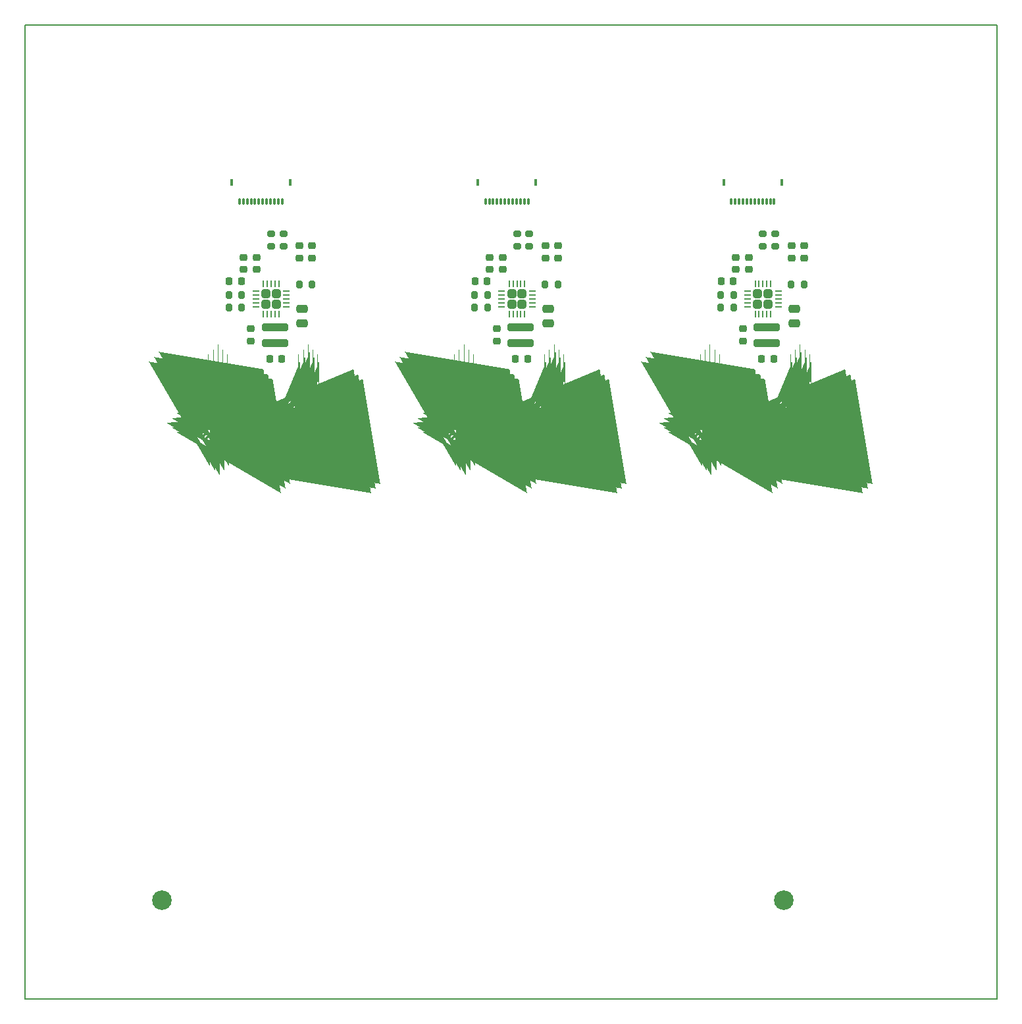
<source format=gbr>
%TF.GenerationSoftware,KiCad,Pcbnew,7.0.5*%
%TF.CreationDate,2023-07-03T17:51:41+02:00*%
%TF.ProjectId,stencil,7374656e-6369-46c2-9e6b-696361645f70,rev?*%
%TF.SameCoordinates,Original*%
%TF.FileFunction,Paste,Top*%
%TF.FilePolarity,Positive*%
%FSLAX46Y46*%
G04 Gerber Fmt 4.6, Leading zero omitted, Abs format (unit mm)*
G04 Created by KiCad (PCBNEW 7.0.5) date 2023-07-03 17:51:41*
%MOMM*%
%LPD*%
G01*
G04 APERTURE LIST*
G04 Aperture macros list*
%AMRoundRect*
0 Rectangle with rounded corners*
0 $1 Rounding radius*
0 $2 $3 $4 $5 $6 $7 $8 $9 X,Y pos of 4 corners*
0 Add a 4 corners polygon primitive as box body*
4,1,4,$2,$3,$4,$5,$6,$7,$8,$9,$2,$3,0*
0 Add four circle primitives for the rounded corners*
1,1,$1+$1,$2,$3*
1,1,$1+$1,$4,$5*
1,1,$1+$1,$6,$7*
1,1,$1+$1,$8,$9*
0 Add four rect primitives between the rounded corners*
20,1,$1+$1,$2,$3,$4,$5,0*
20,1,$1+$1,$4,$5,$6,$7,0*
20,1,$1+$1,$6,$7,$8,$9,0*
20,1,$1+$1,$8,$9,$2,$3,0*%
%AMFreePoly0*
4,1,57,0.170010,0.379889,0.174629,0.380220,0.177101,0.378870,0.183556,0.377942,0.210425,0.360674,0.238454,0.345370,0.345370,0.238454,0.359181,0.220003,0.362682,0.216970,0.363476,0.214266,0.367383,0.209048,0.374171,0.177841,0.383170,0.147196,0.383170,-0.147196,0.379889,-0.170010,0.380220,-0.174629,0.378870,-0.177101,0.377942,-0.183556,0.360674,-0.210425,0.345370,-0.238454,
0.238454,-0.345370,0.220003,-0.359181,0.216970,-0.362682,0.214266,-0.363476,0.209048,-0.367383,0.177841,-0.374171,0.147196,-0.383170,-0.147196,-0.383170,-0.170010,-0.379889,-0.174629,-0.380220,-0.177101,-0.378870,-0.183556,-0.377942,-0.210425,-0.360674,-0.238454,-0.345370,-0.345370,-0.238454,-0.359181,-0.220003,-0.362682,-0.216970,-0.363476,-0.214266,-0.367383,-0.209048,-0.374171,-0.177841,
-0.383170,-0.147196,-0.383170,0.147196,-0.379889,0.170010,-0.380220,0.174629,-0.378870,0.177101,-0.377942,0.183556,-0.360674,0.210425,-0.345370,0.238454,-0.238454,0.345370,-0.220003,0.359181,-0.216970,0.362682,-0.214266,0.363476,-0.209048,0.367383,-0.177841,0.374171,-0.147196,0.383170,0.147196,0.383170,0.170010,0.379889,0.170010,0.379889,$1*%
G04 Aperture macros list end*
%ADD10C,0.150000*%
%ADD11RoundRect,0.200000X-0.275000X0.200000X-0.275000X-0.200000X0.275000X-0.200000X0.275000X0.200000X0*%
%ADD12RoundRect,0.225000X0.250000X-0.225000X0.250000X0.225000X-0.250000X0.225000X-0.250000X-0.225000X0*%
%ADD13RoundRect,0.250000X-0.315000X-0.315000X0.315000X-0.315000X0.315000X0.315000X-0.315000X0.315000X0*%
%ADD14RoundRect,0.062500X-0.350000X-0.062500X0.350000X-0.062500X0.350000X0.062500X-0.350000X0.062500X0*%
%ADD15RoundRect,0.062500X-0.062500X-0.350000X0.062500X-0.350000X0.062500X0.350000X-0.062500X0.350000X0*%
%ADD16RoundRect,0.250000X-0.475000X0.250000X-0.475000X-0.250000X0.475000X-0.250000X0.475000X0.250000X0*%
%ADD17RoundRect,0.200000X-0.200000X-0.275000X0.200000X-0.275000X0.200000X0.275000X-0.200000X0.275000X0*%
%ADD18RoundRect,0.200000X0.275000X-0.200000X0.275000X0.200000X-0.275000X0.200000X-0.275000X-0.200000X0*%
%ADD19RoundRect,0.100000X0.100000X0.300000X-0.100000X0.300000X-0.100000X-0.300000X0.100000X-0.300000X0*%
%ADD20RoundRect,0.025000X0.075000X0.325000X-0.075000X0.325000X-0.075000X-0.325000X0.075000X-0.325000X0*%
%ADD21RoundRect,0.075000X0.125000X0.375000X-0.125000X0.375000X-0.125000X-0.375000X0.125000X-0.375000X0*%
%ADD22RoundRect,0.225000X-0.225000X-0.250000X0.225000X-0.250000X0.225000X0.250000X-0.225000X0.250000X0*%
%ADD23FreePoly0,45.000000*%
%ADD24RoundRect,0.062500X-0.220971X-0.309359X0.309359X0.220971X0.220971X0.309359X-0.309359X-0.220971X0*%
%ADD25RoundRect,0.062500X0.220971X-0.309359X0.309359X-0.220971X-0.220971X0.309359X-0.309359X0.220971X0*%
%ADD26RoundRect,0.195000X0.300000X-0.300000X0.300000X0.300000X-0.300000X0.300000X-0.300000X-0.300000X0*%
%ADD27RoundRect,0.250000X-1.450000X0.250000X-1.450000X-0.250000X1.450000X-0.250000X1.450000X0.250000X0*%
%ADD28FreePoly0,135.000000*%
%ADD29RoundRect,0.062500X0.309359X-0.220971X-0.220971X0.309359X-0.309359X0.220971X0.220971X-0.309359X0*%
%ADD30RoundRect,0.062500X0.309359X0.220971X0.220971X0.309359X-0.309359X-0.220971X-0.220971X-0.309359X0*%
%ADD31RoundRect,0.225000X0.225000X0.250000X-0.225000X0.250000X-0.225000X-0.250000X0.225000X-0.250000X0*%
%ADD32C,2.510000*%
G04 APERTURE END LIST*
D10*
X85925000Y-9950000D02*
X211025000Y-9950000D01*
X211025000Y-135200000D01*
X85925000Y-135200000D01*
X85925000Y-9950000D01*
D11*
%TO.C,R4*%
X117575000Y-36775000D03*
X117575000Y-38425000D03*
%TD*%
D12*
%TO.C,C5*%
X114975000Y-50575000D03*
X114975000Y-49025000D03*
%TD*%
%TO.C,C5*%
X178275000Y-50575000D03*
X178275000Y-49025000D03*
%TD*%
%TO.C,C2*%
X145725000Y-41375000D03*
X145725000Y-39825000D03*
%TD*%
%TO.C,C3*%
X147425000Y-41375000D03*
X147425000Y-39825000D03*
%TD*%
%TO.C,C6*%
X121275000Y-39925000D03*
X121275000Y-38375000D03*
%TD*%
D13*
%TO.C,U3*%
X148550000Y-44525000D03*
X148550000Y-45875000D03*
X149900000Y-44525000D03*
X149900000Y-45875000D03*
D14*
X147262500Y-44200000D03*
X147262500Y-44700000D03*
X147262500Y-45200000D03*
X147262500Y-45700000D03*
X147262500Y-46200000D03*
D15*
X148225000Y-47162500D03*
X148725000Y-47162500D03*
X149225000Y-47162500D03*
X149725000Y-47162500D03*
X150225000Y-47162500D03*
D14*
X151187500Y-46200000D03*
X151187500Y-45700000D03*
X151187500Y-45200000D03*
X151187500Y-44700000D03*
X151187500Y-44200000D03*
D15*
X150225000Y-43237500D03*
X149725000Y-43237500D03*
X149225000Y-43237500D03*
X148725000Y-43237500D03*
X148225000Y-43237500D03*
%TD*%
D16*
%TO.C,C4*%
X184875000Y-46450000D03*
X184875000Y-48350000D03*
%TD*%
%TO.C,C4*%
X121575000Y-46450000D03*
X121575000Y-48350000D03*
%TD*%
D13*
%TO.C,U3*%
X116900000Y-44525000D03*
X116900000Y-45875000D03*
X118250000Y-44525000D03*
X118250000Y-45875000D03*
D14*
X115612500Y-44200000D03*
X115612500Y-44700000D03*
X115612500Y-45200000D03*
X115612500Y-45700000D03*
X115612500Y-46200000D03*
D15*
X116575000Y-47162500D03*
X117075000Y-47162500D03*
X117575000Y-47162500D03*
X118075000Y-47162500D03*
X118575000Y-47162500D03*
D14*
X119537500Y-46200000D03*
X119537500Y-45700000D03*
X119537500Y-45200000D03*
X119537500Y-44700000D03*
X119537500Y-44200000D03*
D15*
X118575000Y-43237500D03*
X118075000Y-43237500D03*
X117575000Y-43237500D03*
X117075000Y-43237500D03*
X116575000Y-43237500D03*
%TD*%
D17*
%TO.C,R2*%
X112150000Y-44700000D03*
X113800000Y-44700000D03*
%TD*%
D18*
%TO.C,R5*%
X119175000Y-38425000D03*
X119175000Y-36775000D03*
%TD*%
D19*
%TO.C,J1*%
X182325000Y-32700000D03*
X181825000Y-32700000D03*
X181325000Y-32700000D03*
X180825000Y-32700000D03*
X180325000Y-32700000D03*
X179825000Y-32700000D03*
X179325000Y-32700000D03*
X178825000Y-32700000D03*
X178325000Y-32700000D03*
X177825000Y-32700000D03*
X177325000Y-32700000D03*
X176825000Y-32700000D03*
D20*
X176825000Y-32700000D03*
X177325000Y-32700000D03*
X177825000Y-32700000D03*
X178325000Y-32700000D03*
X178825000Y-32700000D03*
X179325000Y-32700000D03*
X179825000Y-32700000D03*
X180325000Y-32700000D03*
X180825000Y-32700000D03*
X181325000Y-32700000D03*
X181825000Y-32700000D03*
D21*
X183325000Y-30200000D03*
X175825000Y-30200000D03*
%TD*%
D22*
%TO.C,C8*%
X149050000Y-52900000D03*
X150600000Y-52900000D03*
%TD*%
D23*
%TO.C,U1*%
X109749348Y-61100000D03*
X110362174Y-61712826D03*
X110975000Y-62325652D03*
X110362174Y-60487174D03*
X110975000Y-61100000D03*
X111587826Y-61712826D03*
X110975000Y-59874348D03*
X111587826Y-60487174D03*
X112200652Y-61100000D03*
D24*
X108013990Y-61586136D03*
X108367544Y-61939689D03*
X108721097Y-62293243D03*
X109074651Y-62646796D03*
X109428204Y-63000349D03*
X109781757Y-63353903D03*
X110135311Y-63707456D03*
X110488864Y-64061010D03*
D25*
X111461136Y-64061010D03*
X111814689Y-63707456D03*
X112168243Y-63353903D03*
X112521796Y-63000349D03*
X112875349Y-62646796D03*
X113228903Y-62293243D03*
X113582456Y-61939689D03*
X113936010Y-61586136D03*
D24*
X113936010Y-60613864D03*
X113582456Y-60260311D03*
X113228903Y-59906757D03*
X112875349Y-59553204D03*
X112521796Y-59199651D03*
X112168243Y-58846097D03*
X111814689Y-58492544D03*
X111461136Y-58138990D03*
D25*
X110488864Y-58138990D03*
X110135311Y-58492544D03*
X109781757Y-58846097D03*
X109428204Y-59199651D03*
X109074651Y-59553204D03*
X108721097Y-59906757D03*
X108367544Y-60260311D03*
X108013990Y-60613864D03*
%TD*%
D23*
%TO.C,U1*%
X141399348Y-61100000D03*
X142012174Y-61712826D03*
X142625000Y-62325652D03*
X142012174Y-60487174D03*
X142625000Y-61100000D03*
X143237826Y-61712826D03*
X142625000Y-59874348D03*
X143237826Y-60487174D03*
X143850652Y-61100000D03*
D24*
X139663990Y-61586136D03*
X140017544Y-61939689D03*
X140371097Y-62293243D03*
X140724651Y-62646796D03*
X141078204Y-63000349D03*
X141431757Y-63353903D03*
X141785311Y-63707456D03*
X142138864Y-64061010D03*
D25*
X143111136Y-64061010D03*
X143464689Y-63707456D03*
X143818243Y-63353903D03*
X144171796Y-63000349D03*
X144525349Y-62646796D03*
X144878903Y-62293243D03*
X145232456Y-61939689D03*
X145586010Y-61586136D03*
D24*
X145586010Y-60613864D03*
X145232456Y-60260311D03*
X144878903Y-59906757D03*
X144525349Y-59553204D03*
X144171796Y-59199651D03*
X143818243Y-58846097D03*
X143464689Y-58492544D03*
X143111136Y-58138990D03*
D25*
X142138864Y-58138990D03*
X141785311Y-58492544D03*
X141431757Y-58846097D03*
X141078204Y-59199651D03*
X140724651Y-59553204D03*
X140371097Y-59906757D03*
X140017544Y-60260311D03*
X139663990Y-60613864D03*
%TD*%
D26*
%TO.C,D1*%
X180175000Y-63500000D03*
X180175000Y-60700000D03*
%TD*%
D27*
%TO.C,L1*%
X149725000Y-48800000D03*
X149725000Y-50900000D03*
%TD*%
D12*
%TO.C,C5*%
X146625000Y-50575000D03*
X146625000Y-49025000D03*
%TD*%
D28*
%TO.C,U2*%
X185875000Y-62325652D03*
X186487826Y-61712826D03*
X187100652Y-61100000D03*
X185262174Y-61712826D03*
X185875000Y-61100000D03*
X186487826Y-60487174D03*
X184649348Y-61100000D03*
X185262174Y-60487174D03*
X185875000Y-59874348D03*
D29*
X186361136Y-64061010D03*
X186714689Y-63707456D03*
X187068243Y-63353903D03*
X187421796Y-63000349D03*
X187775349Y-62646796D03*
X188128903Y-62293243D03*
X188482456Y-61939689D03*
X188836010Y-61586136D03*
D30*
X188836010Y-60613864D03*
X188482456Y-60260311D03*
X188128903Y-59906757D03*
X187775349Y-59553204D03*
X187421796Y-59199651D03*
X187068243Y-58846097D03*
X186714689Y-58492544D03*
X186361136Y-58138990D03*
D29*
X185388864Y-58138990D03*
X185035311Y-58492544D03*
X184681757Y-58846097D03*
X184328204Y-59199651D03*
X183974651Y-59553204D03*
X183621097Y-59906757D03*
X183267544Y-60260311D03*
X182913990Y-60613864D03*
D30*
X182913990Y-61586136D03*
X183267544Y-61939689D03*
X183621097Y-62293243D03*
X183974651Y-62646796D03*
X184328204Y-63000349D03*
X184681757Y-63353903D03*
X185035311Y-63707456D03*
X185388864Y-64061010D03*
%TD*%
D31*
%TO.C,C1*%
X177050000Y-42900000D03*
X175500000Y-42900000D03*
%TD*%
D12*
%TO.C,C7*%
X122875000Y-39925000D03*
X122875000Y-38375000D03*
%TD*%
D23*
%TO.C,U1*%
X173049348Y-61100000D03*
X173662174Y-61712826D03*
X174275000Y-62325652D03*
X173662174Y-60487174D03*
X174275000Y-61100000D03*
X174887826Y-61712826D03*
X174275000Y-59874348D03*
X174887826Y-60487174D03*
X175500652Y-61100000D03*
D24*
X171313990Y-61586136D03*
X171667544Y-61939689D03*
X172021097Y-62293243D03*
X172374651Y-62646796D03*
X172728204Y-63000349D03*
X173081757Y-63353903D03*
X173435311Y-63707456D03*
X173788864Y-64061010D03*
D25*
X174761136Y-64061010D03*
X175114689Y-63707456D03*
X175468243Y-63353903D03*
X175821796Y-63000349D03*
X176175349Y-62646796D03*
X176528903Y-62293243D03*
X176882456Y-61939689D03*
X177236010Y-61586136D03*
D24*
X177236010Y-60613864D03*
X176882456Y-60260311D03*
X176528903Y-59906757D03*
X176175349Y-59553204D03*
X175821796Y-59199651D03*
X175468243Y-58846097D03*
X175114689Y-58492544D03*
X174761136Y-58138990D03*
D25*
X173788864Y-58138990D03*
X173435311Y-58492544D03*
X173081757Y-58846097D03*
X172728204Y-59199651D03*
X172374651Y-59553204D03*
X172021097Y-59906757D03*
X171667544Y-60260311D03*
X171313990Y-60613864D03*
%TD*%
D19*
%TO.C,J1*%
X119025000Y-32700000D03*
X118525000Y-32700000D03*
X118025000Y-32700000D03*
X117525000Y-32700000D03*
X117025000Y-32700000D03*
X116525000Y-32700000D03*
X116025000Y-32700000D03*
X115525000Y-32700000D03*
X115025000Y-32700000D03*
X114525000Y-32700000D03*
X114025000Y-32700000D03*
X113525000Y-32700000D03*
D20*
X113525000Y-32700000D03*
X114025000Y-32700000D03*
X114525000Y-32700000D03*
X115025000Y-32700000D03*
X115525000Y-32700000D03*
X116025000Y-32700000D03*
X116525000Y-32700000D03*
X117025000Y-32700000D03*
X117525000Y-32700000D03*
X118025000Y-32700000D03*
X118525000Y-32700000D03*
D21*
X120025000Y-30200000D03*
X112525000Y-30200000D03*
%TD*%
D12*
%TO.C,C7*%
X186175000Y-39925000D03*
X186175000Y-38375000D03*
%TD*%
D18*
%TO.C,R5*%
X150825000Y-38425000D03*
X150825000Y-36775000D03*
%TD*%
D32*
%TO.C,REF\u002A\u002A*%
X183525000Y-122500000D03*
%TD*%
D17*
%TO.C,R3*%
X152850000Y-43300000D03*
X154500000Y-43300000D03*
%TD*%
D11*
%TO.C,R4*%
X149225000Y-36775000D03*
X149225000Y-38425000D03*
%TD*%
D27*
%TO.C,L1*%
X118075000Y-48800000D03*
X118075000Y-50900000D03*
%TD*%
D17*
%TO.C,R2*%
X143800000Y-44700000D03*
X145450000Y-44700000D03*
%TD*%
D12*
%TO.C,C2*%
X177375000Y-41375000D03*
X177375000Y-39825000D03*
%TD*%
D31*
%TO.C,C1*%
X145400000Y-42900000D03*
X143850000Y-42900000D03*
%TD*%
D26*
%TO.C,D1*%
X116875000Y-63500000D03*
X116875000Y-60700000D03*
%TD*%
D17*
%TO.C,R1*%
X175450000Y-46300000D03*
X177100000Y-46300000D03*
%TD*%
D12*
%TO.C,C3*%
X115775000Y-41375000D03*
X115775000Y-39825000D03*
%TD*%
D26*
%TO.C,D1*%
X148525000Y-63500000D03*
X148525000Y-60700000D03*
%TD*%
D16*
%TO.C,C4*%
X153225000Y-46450000D03*
X153225000Y-48350000D03*
%TD*%
D12*
%TO.C,C2*%
X114075000Y-41375000D03*
X114075000Y-39825000D03*
%TD*%
D28*
%TO.C,U2*%
X122575000Y-62325652D03*
X123187826Y-61712826D03*
X123800652Y-61100000D03*
X121962174Y-61712826D03*
X122575000Y-61100000D03*
X123187826Y-60487174D03*
X121349348Y-61100000D03*
X121962174Y-60487174D03*
X122575000Y-59874348D03*
D29*
X123061136Y-64061010D03*
X123414689Y-63707456D03*
X123768243Y-63353903D03*
X124121796Y-63000349D03*
X124475349Y-62646796D03*
X124828903Y-62293243D03*
X125182456Y-61939689D03*
X125536010Y-61586136D03*
D30*
X125536010Y-60613864D03*
X125182456Y-60260311D03*
X124828903Y-59906757D03*
X124475349Y-59553204D03*
X124121796Y-59199651D03*
X123768243Y-58846097D03*
X123414689Y-58492544D03*
X123061136Y-58138990D03*
D29*
X122088864Y-58138990D03*
X121735311Y-58492544D03*
X121381757Y-58846097D03*
X121028204Y-59199651D03*
X120674651Y-59553204D03*
X120321097Y-59906757D03*
X119967544Y-60260311D03*
X119613990Y-60613864D03*
D30*
X119613990Y-61586136D03*
X119967544Y-61939689D03*
X120321097Y-62293243D03*
X120674651Y-62646796D03*
X121028204Y-63000349D03*
X121381757Y-63353903D03*
X121735311Y-63707456D03*
X122088864Y-64061010D03*
%TD*%
D17*
%TO.C,R2*%
X175450000Y-44700000D03*
X177100000Y-44700000D03*
%TD*%
D12*
%TO.C,C3*%
X179075000Y-41375000D03*
X179075000Y-39825000D03*
%TD*%
%TO.C,C7*%
X154525000Y-39925000D03*
X154525000Y-38375000D03*
%TD*%
D31*
%TO.C,C1*%
X113750000Y-42900000D03*
X112200000Y-42900000D03*
%TD*%
D32*
%TO.C,REF\u002A\u002A*%
X103525000Y-122500000D03*
%TD*%
D22*
%TO.C,C8*%
X117400000Y-52900000D03*
X118950000Y-52900000D03*
%TD*%
D12*
%TO.C,C6*%
X152925000Y-39925000D03*
X152925000Y-38375000D03*
%TD*%
D28*
%TO.C,U2*%
X154225000Y-62325652D03*
X154837826Y-61712826D03*
X155450652Y-61100000D03*
X153612174Y-61712826D03*
X154225000Y-61100000D03*
X154837826Y-60487174D03*
X152999348Y-61100000D03*
X153612174Y-60487174D03*
X154225000Y-59874348D03*
D29*
X154711136Y-64061010D03*
X155064689Y-63707456D03*
X155418243Y-63353903D03*
X155771796Y-63000349D03*
X156125349Y-62646796D03*
X156478903Y-62293243D03*
X156832456Y-61939689D03*
X157186010Y-61586136D03*
D30*
X157186010Y-60613864D03*
X156832456Y-60260311D03*
X156478903Y-59906757D03*
X156125349Y-59553204D03*
X155771796Y-59199651D03*
X155418243Y-58846097D03*
X155064689Y-58492544D03*
X154711136Y-58138990D03*
D29*
X153738864Y-58138990D03*
X153385311Y-58492544D03*
X153031757Y-58846097D03*
X152678204Y-59199651D03*
X152324651Y-59553204D03*
X151971097Y-59906757D03*
X151617544Y-60260311D03*
X151263990Y-60613864D03*
D30*
X151263990Y-61586136D03*
X151617544Y-61939689D03*
X151971097Y-62293243D03*
X152324651Y-62646796D03*
X152678204Y-63000349D03*
X153031757Y-63353903D03*
X153385311Y-63707456D03*
X153738864Y-64061010D03*
%TD*%
D19*
%TO.C,J1*%
X150675000Y-32700000D03*
X150175000Y-32700000D03*
X149675000Y-32700000D03*
X149175000Y-32700000D03*
X148675000Y-32700000D03*
X148175000Y-32700000D03*
X147675000Y-32700000D03*
X147175000Y-32700000D03*
X146675000Y-32700000D03*
X146175000Y-32700000D03*
X145675000Y-32700000D03*
X145175000Y-32700000D03*
D20*
X145175000Y-32700000D03*
X145675000Y-32700000D03*
X146175000Y-32700000D03*
X146675000Y-32700000D03*
X147175000Y-32700000D03*
X147675000Y-32700000D03*
X148175000Y-32700000D03*
X148675000Y-32700000D03*
X149175000Y-32700000D03*
X149675000Y-32700000D03*
X150175000Y-32700000D03*
D21*
X151675000Y-30200000D03*
X144175000Y-30200000D03*
%TD*%
D13*
%TO.C,U3*%
X180200000Y-44525000D03*
X180200000Y-45875000D03*
X181550000Y-44525000D03*
X181550000Y-45875000D03*
D14*
X178912500Y-44200000D03*
X178912500Y-44700000D03*
X178912500Y-45200000D03*
X178912500Y-45700000D03*
X178912500Y-46200000D03*
D15*
X179875000Y-47162500D03*
X180375000Y-47162500D03*
X180875000Y-47162500D03*
X181375000Y-47162500D03*
X181875000Y-47162500D03*
D14*
X182837500Y-46200000D03*
X182837500Y-45700000D03*
X182837500Y-45200000D03*
X182837500Y-44700000D03*
X182837500Y-44200000D03*
D15*
X181875000Y-43237500D03*
X181375000Y-43237500D03*
X180875000Y-43237500D03*
X180375000Y-43237500D03*
X179875000Y-43237500D03*
%TD*%
D17*
%TO.C,R1*%
X143800000Y-46300000D03*
X145450000Y-46300000D03*
%TD*%
%TO.C,R1*%
X112150000Y-46300000D03*
X113800000Y-46300000D03*
%TD*%
D27*
%TO.C,L1*%
X181375000Y-48800000D03*
X181375000Y-50900000D03*
%TD*%
D17*
%TO.C,R3*%
X121200000Y-43300000D03*
X122850000Y-43300000D03*
%TD*%
D18*
%TO.C,R5*%
X182475000Y-38425000D03*
X182475000Y-36775000D03*
%TD*%
D12*
%TO.C,C6*%
X184575000Y-39925000D03*
X184575000Y-38375000D03*
%TD*%
D17*
%TO.C,R3*%
X184500000Y-43300000D03*
X186150000Y-43300000D03*
%TD*%
D11*
%TO.C,R4*%
X180875000Y-36775000D03*
X180875000Y-38425000D03*
%TD*%
D22*
%TO.C,C8*%
X180700000Y-52900000D03*
X182250000Y-52900000D03*
%TD*%
M02*

</source>
